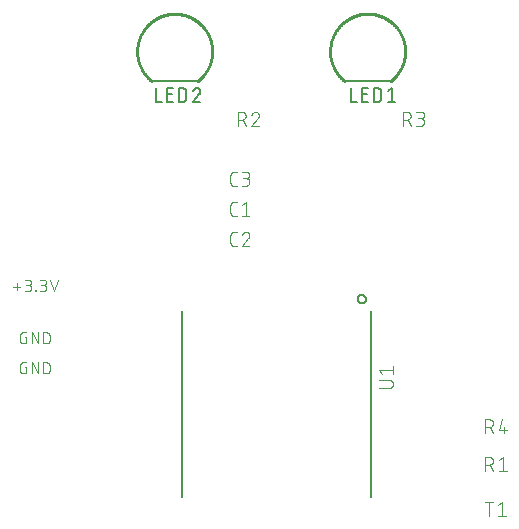
<source format=gto>
G04 EAGLE Gerber RS-274X export*
G75*
%MOMM*%
%FSLAX34Y34*%
%LPD*%
%INSilkscreen Top*%
%IPPOS*%
%AMOC8*
5,1,8,0,0,1.08239X$1,22.5*%
G01*
%ADD10C,0.076200*%
%ADD11C,0.101600*%
%ADD12C,0.127000*%
%ADD13C,0.203200*%
%ADD14C,0.254000*%


D10*
X143736Y285002D02*
X145302Y285002D01*
X145302Y279781D01*
X142169Y279781D01*
X142080Y279783D01*
X141992Y279789D01*
X141904Y279798D01*
X141816Y279811D01*
X141729Y279828D01*
X141643Y279848D01*
X141558Y279873D01*
X141473Y279900D01*
X141390Y279932D01*
X141309Y279966D01*
X141229Y280005D01*
X141151Y280046D01*
X141074Y280091D01*
X141000Y280139D01*
X140927Y280190D01*
X140857Y280244D01*
X140790Y280302D01*
X140724Y280362D01*
X140662Y280424D01*
X140602Y280490D01*
X140544Y280557D01*
X140490Y280627D01*
X140439Y280700D01*
X140391Y280774D01*
X140346Y280851D01*
X140305Y280929D01*
X140266Y281009D01*
X140232Y281090D01*
X140200Y281173D01*
X140173Y281258D01*
X140148Y281343D01*
X140128Y281429D01*
X140111Y281516D01*
X140098Y281604D01*
X140089Y281692D01*
X140083Y281780D01*
X140081Y281869D01*
X140081Y287091D01*
X140083Y287182D01*
X140089Y287273D01*
X140099Y287364D01*
X140113Y287454D01*
X140130Y287543D01*
X140152Y287631D01*
X140178Y287719D01*
X140207Y287805D01*
X140240Y287890D01*
X140277Y287973D01*
X140317Y288055D01*
X140361Y288135D01*
X140408Y288213D01*
X140459Y288289D01*
X140512Y288362D01*
X140569Y288433D01*
X140630Y288502D01*
X140693Y288567D01*
X140758Y288630D01*
X140827Y288690D01*
X140898Y288748D01*
X140971Y288801D01*
X141047Y288852D01*
X141125Y288899D01*
X141205Y288943D01*
X141287Y288983D01*
X141370Y289020D01*
X141455Y289053D01*
X141541Y289082D01*
X141629Y289108D01*
X141717Y289130D01*
X141806Y289147D01*
X141896Y289161D01*
X141987Y289171D01*
X142078Y289177D01*
X142169Y289179D01*
X145302Y289179D01*
X149835Y289179D02*
X149835Y279781D01*
X155056Y279781D02*
X149835Y289179D01*
X155056Y289179D02*
X155056Y279781D01*
X159588Y279781D02*
X159588Y289179D01*
X162199Y289179D01*
X162299Y289177D01*
X162399Y289171D01*
X162498Y289162D01*
X162598Y289148D01*
X162696Y289131D01*
X162794Y289110D01*
X162891Y289086D01*
X162987Y289057D01*
X163082Y289025D01*
X163175Y288990D01*
X163267Y288951D01*
X163358Y288908D01*
X163446Y288862D01*
X163533Y288812D01*
X163618Y288760D01*
X163701Y288704D01*
X163782Y288645D01*
X163860Y288582D01*
X163936Y288517D01*
X164010Y288449D01*
X164080Y288379D01*
X164148Y288305D01*
X164213Y288229D01*
X164276Y288151D01*
X164335Y288070D01*
X164391Y287987D01*
X164443Y287902D01*
X164493Y287815D01*
X164539Y287727D01*
X164582Y287636D01*
X164621Y287544D01*
X164656Y287451D01*
X164688Y287356D01*
X164717Y287260D01*
X164741Y287163D01*
X164762Y287065D01*
X164779Y286967D01*
X164793Y286867D01*
X164802Y286768D01*
X164808Y286668D01*
X164810Y286568D01*
X164809Y286568D02*
X164809Y282392D01*
X164810Y282392D02*
X164808Y282292D01*
X164802Y282192D01*
X164793Y282093D01*
X164779Y281993D01*
X164762Y281895D01*
X164741Y281797D01*
X164717Y281700D01*
X164688Y281604D01*
X164656Y281509D01*
X164621Y281416D01*
X164582Y281324D01*
X164539Y281233D01*
X164493Y281145D01*
X164443Y281058D01*
X164391Y280973D01*
X164335Y280890D01*
X164276Y280809D01*
X164213Y280731D01*
X164148Y280655D01*
X164080Y280581D01*
X164010Y280511D01*
X163936Y280443D01*
X163860Y280378D01*
X163782Y280315D01*
X163701Y280256D01*
X163618Y280200D01*
X163533Y280148D01*
X163446Y280098D01*
X163358Y280052D01*
X163267Y280009D01*
X163175Y279970D01*
X163082Y279935D01*
X162987Y279903D01*
X162891Y279874D01*
X162794Y279850D01*
X162696Y279829D01*
X162598Y279812D01*
X162498Y279798D01*
X162399Y279789D01*
X162299Y279783D01*
X162199Y279781D01*
X159588Y279781D01*
X145302Y259602D02*
X143736Y259602D01*
X145302Y259602D02*
X145302Y254381D01*
X142169Y254381D01*
X142080Y254383D01*
X141992Y254389D01*
X141904Y254398D01*
X141816Y254411D01*
X141729Y254428D01*
X141643Y254448D01*
X141558Y254473D01*
X141473Y254500D01*
X141390Y254532D01*
X141309Y254566D01*
X141229Y254605D01*
X141151Y254646D01*
X141074Y254691D01*
X141000Y254739D01*
X140927Y254790D01*
X140857Y254844D01*
X140790Y254902D01*
X140724Y254962D01*
X140662Y255024D01*
X140602Y255090D01*
X140544Y255157D01*
X140490Y255227D01*
X140439Y255300D01*
X140391Y255374D01*
X140346Y255451D01*
X140305Y255529D01*
X140266Y255609D01*
X140232Y255690D01*
X140200Y255773D01*
X140173Y255858D01*
X140148Y255943D01*
X140128Y256029D01*
X140111Y256116D01*
X140098Y256204D01*
X140089Y256292D01*
X140083Y256380D01*
X140081Y256469D01*
X140081Y261691D01*
X140083Y261782D01*
X140089Y261873D01*
X140099Y261964D01*
X140113Y262054D01*
X140130Y262143D01*
X140152Y262231D01*
X140178Y262319D01*
X140207Y262405D01*
X140240Y262490D01*
X140277Y262573D01*
X140317Y262655D01*
X140361Y262735D01*
X140408Y262813D01*
X140459Y262889D01*
X140512Y262962D01*
X140569Y263033D01*
X140630Y263102D01*
X140693Y263167D01*
X140758Y263230D01*
X140827Y263290D01*
X140898Y263348D01*
X140971Y263401D01*
X141047Y263452D01*
X141125Y263499D01*
X141205Y263543D01*
X141287Y263583D01*
X141370Y263620D01*
X141455Y263653D01*
X141541Y263682D01*
X141629Y263708D01*
X141717Y263730D01*
X141806Y263747D01*
X141896Y263761D01*
X141987Y263771D01*
X142078Y263777D01*
X142169Y263779D01*
X145302Y263779D01*
X149835Y263779D02*
X149835Y254381D01*
X155056Y254381D02*
X149835Y263779D01*
X155056Y263779D02*
X155056Y254381D01*
X159588Y254381D02*
X159588Y263779D01*
X162199Y263779D01*
X162299Y263777D01*
X162399Y263771D01*
X162498Y263762D01*
X162598Y263748D01*
X162696Y263731D01*
X162794Y263710D01*
X162891Y263686D01*
X162987Y263657D01*
X163082Y263625D01*
X163175Y263590D01*
X163267Y263551D01*
X163358Y263508D01*
X163446Y263462D01*
X163533Y263412D01*
X163618Y263360D01*
X163701Y263304D01*
X163782Y263245D01*
X163860Y263182D01*
X163936Y263117D01*
X164010Y263049D01*
X164080Y262979D01*
X164148Y262905D01*
X164213Y262829D01*
X164276Y262751D01*
X164335Y262670D01*
X164391Y262587D01*
X164443Y262502D01*
X164493Y262415D01*
X164539Y262327D01*
X164582Y262236D01*
X164621Y262144D01*
X164656Y262051D01*
X164688Y261956D01*
X164717Y261860D01*
X164741Y261763D01*
X164762Y261665D01*
X164779Y261567D01*
X164793Y261467D01*
X164802Y261368D01*
X164808Y261268D01*
X164810Y261168D01*
X164809Y261168D02*
X164809Y256992D01*
X164810Y256992D02*
X164808Y256892D01*
X164802Y256792D01*
X164793Y256693D01*
X164779Y256593D01*
X164762Y256495D01*
X164741Y256397D01*
X164717Y256300D01*
X164688Y256204D01*
X164656Y256109D01*
X164621Y256016D01*
X164582Y255924D01*
X164539Y255833D01*
X164493Y255745D01*
X164443Y255658D01*
X164391Y255573D01*
X164335Y255490D01*
X164276Y255409D01*
X164213Y255331D01*
X164148Y255255D01*
X164080Y255181D01*
X164010Y255111D01*
X163936Y255043D01*
X163860Y254978D01*
X163782Y254915D01*
X163701Y254856D01*
X163618Y254800D01*
X163533Y254748D01*
X163446Y254698D01*
X163358Y254652D01*
X163267Y254609D01*
X163175Y254570D01*
X163082Y254535D01*
X162987Y254503D01*
X162891Y254474D01*
X162794Y254450D01*
X162696Y254429D01*
X162598Y254412D01*
X162498Y254398D01*
X162399Y254389D01*
X162299Y254383D01*
X162199Y254381D01*
X159588Y254381D01*
X139996Y327886D02*
X133731Y327886D01*
X136864Y324753D02*
X136864Y331018D01*
X144007Y324231D02*
X146617Y324231D01*
X146718Y324233D01*
X146819Y324239D01*
X146920Y324249D01*
X147020Y324262D01*
X147120Y324280D01*
X147219Y324301D01*
X147317Y324327D01*
X147414Y324356D01*
X147510Y324388D01*
X147604Y324425D01*
X147697Y324465D01*
X147789Y324509D01*
X147878Y324556D01*
X147966Y324607D01*
X148052Y324661D01*
X148135Y324718D01*
X148217Y324778D01*
X148295Y324842D01*
X148372Y324908D01*
X148445Y324978D01*
X148516Y325050D01*
X148584Y325125D01*
X148649Y325203D01*
X148711Y325283D01*
X148770Y325365D01*
X148826Y325450D01*
X148878Y325537D01*
X148927Y325625D01*
X148973Y325716D01*
X149014Y325808D01*
X149053Y325902D01*
X149087Y325997D01*
X149118Y326093D01*
X149145Y326191D01*
X149169Y326289D01*
X149188Y326389D01*
X149204Y326489D01*
X149216Y326589D01*
X149224Y326690D01*
X149228Y326791D01*
X149228Y326893D01*
X149224Y326994D01*
X149216Y327095D01*
X149204Y327195D01*
X149188Y327295D01*
X149169Y327395D01*
X149145Y327493D01*
X149118Y327591D01*
X149087Y327687D01*
X149053Y327782D01*
X149014Y327876D01*
X148973Y327968D01*
X148927Y328059D01*
X148878Y328147D01*
X148826Y328234D01*
X148770Y328319D01*
X148711Y328401D01*
X148649Y328481D01*
X148584Y328559D01*
X148516Y328634D01*
X148445Y328706D01*
X148372Y328776D01*
X148295Y328842D01*
X148217Y328906D01*
X148135Y328966D01*
X148052Y329023D01*
X147966Y329077D01*
X147878Y329128D01*
X147789Y329175D01*
X147697Y329219D01*
X147604Y329259D01*
X147510Y329296D01*
X147414Y329328D01*
X147317Y329357D01*
X147219Y329383D01*
X147120Y329404D01*
X147020Y329422D01*
X146920Y329435D01*
X146819Y329445D01*
X146718Y329451D01*
X146617Y329453D01*
X147139Y333629D02*
X144007Y333629D01*
X147139Y333629D02*
X147229Y333627D01*
X147318Y333621D01*
X147408Y333612D01*
X147497Y333598D01*
X147585Y333581D01*
X147672Y333560D01*
X147759Y333535D01*
X147844Y333506D01*
X147928Y333474D01*
X148010Y333439D01*
X148091Y333399D01*
X148170Y333357D01*
X148247Y333311D01*
X148322Y333261D01*
X148395Y333209D01*
X148466Y333153D01*
X148534Y333095D01*
X148599Y333033D01*
X148662Y332969D01*
X148722Y332902D01*
X148779Y332833D01*
X148833Y332761D01*
X148884Y332687D01*
X148932Y332611D01*
X148976Y332533D01*
X149017Y332453D01*
X149055Y332371D01*
X149089Y332288D01*
X149119Y332203D01*
X149146Y332117D01*
X149169Y332031D01*
X149188Y331943D01*
X149203Y331854D01*
X149215Y331765D01*
X149223Y331676D01*
X149227Y331586D01*
X149227Y331496D01*
X149223Y331406D01*
X149215Y331317D01*
X149203Y331228D01*
X149188Y331139D01*
X149169Y331051D01*
X149146Y330965D01*
X149119Y330879D01*
X149089Y330794D01*
X149055Y330711D01*
X149017Y330629D01*
X148976Y330549D01*
X148932Y330471D01*
X148884Y330395D01*
X148833Y330321D01*
X148779Y330249D01*
X148722Y330180D01*
X148662Y330113D01*
X148599Y330049D01*
X148534Y329987D01*
X148466Y329929D01*
X148395Y329873D01*
X148322Y329821D01*
X148247Y329771D01*
X148170Y329725D01*
X148091Y329683D01*
X148010Y329643D01*
X147928Y329608D01*
X147844Y329576D01*
X147759Y329547D01*
X147672Y329522D01*
X147585Y329501D01*
X147497Y329484D01*
X147408Y329470D01*
X147318Y329461D01*
X147229Y329455D01*
X147139Y329453D01*
X147139Y329452D02*
X145051Y329452D01*
X152757Y324753D02*
X152757Y324231D01*
X152757Y324753D02*
X153279Y324753D01*
X153279Y324231D01*
X152757Y324231D01*
X156808Y324231D02*
X159419Y324231D01*
X159520Y324233D01*
X159621Y324239D01*
X159722Y324249D01*
X159822Y324262D01*
X159922Y324280D01*
X160021Y324301D01*
X160119Y324327D01*
X160216Y324356D01*
X160312Y324388D01*
X160406Y324425D01*
X160499Y324465D01*
X160591Y324509D01*
X160680Y324556D01*
X160768Y324607D01*
X160854Y324661D01*
X160937Y324718D01*
X161019Y324778D01*
X161097Y324842D01*
X161174Y324908D01*
X161247Y324978D01*
X161318Y325050D01*
X161386Y325125D01*
X161451Y325203D01*
X161513Y325283D01*
X161572Y325365D01*
X161628Y325450D01*
X161680Y325537D01*
X161729Y325625D01*
X161775Y325716D01*
X161816Y325808D01*
X161855Y325902D01*
X161889Y325997D01*
X161920Y326093D01*
X161947Y326191D01*
X161971Y326289D01*
X161990Y326389D01*
X162006Y326489D01*
X162018Y326589D01*
X162026Y326690D01*
X162030Y326791D01*
X162030Y326893D01*
X162026Y326994D01*
X162018Y327095D01*
X162006Y327195D01*
X161990Y327295D01*
X161971Y327395D01*
X161947Y327493D01*
X161920Y327591D01*
X161889Y327687D01*
X161855Y327782D01*
X161816Y327876D01*
X161775Y327968D01*
X161729Y328059D01*
X161680Y328147D01*
X161628Y328234D01*
X161572Y328319D01*
X161513Y328401D01*
X161451Y328481D01*
X161386Y328559D01*
X161318Y328634D01*
X161247Y328706D01*
X161174Y328776D01*
X161097Y328842D01*
X161019Y328906D01*
X160937Y328966D01*
X160854Y329023D01*
X160768Y329077D01*
X160680Y329128D01*
X160591Y329175D01*
X160499Y329219D01*
X160406Y329259D01*
X160312Y329296D01*
X160216Y329328D01*
X160119Y329357D01*
X160021Y329383D01*
X159922Y329404D01*
X159822Y329422D01*
X159722Y329435D01*
X159621Y329445D01*
X159520Y329451D01*
X159419Y329453D01*
X159941Y333629D02*
X156808Y333629D01*
X159941Y333629D02*
X160031Y333627D01*
X160120Y333621D01*
X160210Y333612D01*
X160299Y333598D01*
X160387Y333581D01*
X160474Y333560D01*
X160561Y333535D01*
X160646Y333506D01*
X160730Y333474D01*
X160812Y333439D01*
X160893Y333399D01*
X160972Y333357D01*
X161049Y333311D01*
X161124Y333261D01*
X161197Y333209D01*
X161268Y333153D01*
X161336Y333095D01*
X161401Y333033D01*
X161464Y332969D01*
X161524Y332902D01*
X161581Y332833D01*
X161635Y332761D01*
X161686Y332687D01*
X161734Y332611D01*
X161778Y332533D01*
X161819Y332453D01*
X161857Y332371D01*
X161891Y332288D01*
X161921Y332203D01*
X161948Y332117D01*
X161971Y332031D01*
X161990Y331943D01*
X162005Y331854D01*
X162017Y331765D01*
X162025Y331676D01*
X162029Y331586D01*
X162029Y331496D01*
X162025Y331406D01*
X162017Y331317D01*
X162005Y331228D01*
X161990Y331139D01*
X161971Y331051D01*
X161948Y330965D01*
X161921Y330879D01*
X161891Y330794D01*
X161857Y330711D01*
X161819Y330629D01*
X161778Y330549D01*
X161734Y330471D01*
X161686Y330395D01*
X161635Y330321D01*
X161581Y330249D01*
X161524Y330180D01*
X161464Y330113D01*
X161401Y330049D01*
X161336Y329987D01*
X161268Y329929D01*
X161197Y329873D01*
X161124Y329821D01*
X161049Y329771D01*
X160972Y329725D01*
X160893Y329683D01*
X160812Y329643D01*
X160730Y329608D01*
X160646Y329576D01*
X160561Y329547D01*
X160474Y329522D01*
X160387Y329501D01*
X160299Y329484D01*
X160210Y329470D01*
X160120Y329461D01*
X160031Y329455D01*
X159941Y329453D01*
X159941Y329452D02*
X157852Y329452D01*
X165430Y333629D02*
X168563Y324231D01*
X171695Y333629D01*
D11*
X320604Y387858D02*
X323201Y387858D01*
X320604Y387858D02*
X320505Y387860D01*
X320405Y387866D01*
X320306Y387875D01*
X320208Y387888D01*
X320110Y387905D01*
X320012Y387926D01*
X319916Y387951D01*
X319821Y387979D01*
X319727Y388011D01*
X319634Y388046D01*
X319542Y388085D01*
X319452Y388128D01*
X319364Y388173D01*
X319277Y388223D01*
X319193Y388275D01*
X319110Y388331D01*
X319030Y388389D01*
X318952Y388451D01*
X318877Y388516D01*
X318804Y388584D01*
X318734Y388654D01*
X318666Y388727D01*
X318601Y388802D01*
X318539Y388880D01*
X318481Y388960D01*
X318425Y389043D01*
X318373Y389127D01*
X318323Y389214D01*
X318278Y389302D01*
X318235Y389392D01*
X318196Y389484D01*
X318161Y389577D01*
X318129Y389671D01*
X318101Y389766D01*
X318076Y389862D01*
X318055Y389960D01*
X318038Y390058D01*
X318025Y390156D01*
X318016Y390255D01*
X318010Y390355D01*
X318008Y390454D01*
X318008Y396946D01*
X318010Y397045D01*
X318016Y397145D01*
X318025Y397244D01*
X318038Y397342D01*
X318055Y397440D01*
X318076Y397538D01*
X318101Y397634D01*
X318129Y397729D01*
X318161Y397823D01*
X318196Y397916D01*
X318235Y398008D01*
X318278Y398098D01*
X318323Y398186D01*
X318373Y398273D01*
X318425Y398357D01*
X318481Y398440D01*
X318539Y398520D01*
X318601Y398598D01*
X318666Y398673D01*
X318734Y398746D01*
X318804Y398816D01*
X318877Y398884D01*
X318952Y398949D01*
X319030Y399011D01*
X319110Y399069D01*
X319193Y399125D01*
X319277Y399177D01*
X319364Y399227D01*
X319452Y399272D01*
X319542Y399315D01*
X319634Y399354D01*
X319726Y399389D01*
X319821Y399421D01*
X319916Y399449D01*
X320012Y399474D01*
X320110Y399495D01*
X320208Y399512D01*
X320306Y399525D01*
X320405Y399534D01*
X320505Y399540D01*
X320604Y399542D01*
X323201Y399542D01*
X327566Y396946D02*
X330812Y399542D01*
X330812Y387858D01*
X334057Y387858D02*
X327566Y387858D01*
X323201Y362458D02*
X320604Y362458D01*
X320505Y362460D01*
X320405Y362466D01*
X320306Y362475D01*
X320208Y362488D01*
X320110Y362505D01*
X320012Y362526D01*
X319916Y362551D01*
X319821Y362579D01*
X319727Y362611D01*
X319634Y362646D01*
X319542Y362685D01*
X319452Y362728D01*
X319364Y362773D01*
X319277Y362823D01*
X319193Y362875D01*
X319110Y362931D01*
X319030Y362989D01*
X318952Y363051D01*
X318877Y363116D01*
X318804Y363184D01*
X318734Y363254D01*
X318666Y363327D01*
X318601Y363402D01*
X318539Y363480D01*
X318481Y363560D01*
X318425Y363643D01*
X318373Y363727D01*
X318323Y363814D01*
X318278Y363902D01*
X318235Y363992D01*
X318196Y364084D01*
X318161Y364177D01*
X318129Y364271D01*
X318101Y364366D01*
X318076Y364462D01*
X318055Y364560D01*
X318038Y364658D01*
X318025Y364756D01*
X318016Y364855D01*
X318010Y364955D01*
X318008Y365054D01*
X318008Y371546D01*
X318010Y371645D01*
X318016Y371745D01*
X318025Y371844D01*
X318038Y371942D01*
X318055Y372040D01*
X318076Y372138D01*
X318101Y372234D01*
X318129Y372329D01*
X318161Y372423D01*
X318196Y372516D01*
X318235Y372608D01*
X318278Y372698D01*
X318323Y372786D01*
X318373Y372873D01*
X318425Y372957D01*
X318481Y373040D01*
X318539Y373120D01*
X318601Y373198D01*
X318666Y373273D01*
X318734Y373346D01*
X318804Y373416D01*
X318877Y373484D01*
X318952Y373549D01*
X319030Y373611D01*
X319110Y373669D01*
X319193Y373725D01*
X319277Y373777D01*
X319364Y373827D01*
X319452Y373872D01*
X319542Y373915D01*
X319634Y373954D01*
X319726Y373989D01*
X319821Y374021D01*
X319916Y374049D01*
X320012Y374074D01*
X320110Y374095D01*
X320208Y374112D01*
X320306Y374125D01*
X320405Y374134D01*
X320505Y374140D01*
X320604Y374142D01*
X323201Y374142D01*
X331136Y374142D02*
X331243Y374140D01*
X331349Y374134D01*
X331455Y374124D01*
X331561Y374111D01*
X331667Y374093D01*
X331771Y374072D01*
X331875Y374047D01*
X331978Y374018D01*
X332079Y373986D01*
X332179Y373949D01*
X332278Y373909D01*
X332376Y373866D01*
X332472Y373819D01*
X332566Y373768D01*
X332658Y373714D01*
X332748Y373657D01*
X332836Y373597D01*
X332921Y373533D01*
X333004Y373466D01*
X333085Y373396D01*
X333163Y373324D01*
X333239Y373248D01*
X333311Y373170D01*
X333381Y373089D01*
X333448Y373006D01*
X333512Y372921D01*
X333572Y372833D01*
X333629Y372743D01*
X333683Y372651D01*
X333734Y372557D01*
X333781Y372461D01*
X333824Y372363D01*
X333864Y372264D01*
X333901Y372164D01*
X333933Y372063D01*
X333962Y371960D01*
X333987Y371856D01*
X334008Y371752D01*
X334026Y371646D01*
X334039Y371540D01*
X334049Y371434D01*
X334055Y371328D01*
X334057Y371221D01*
X331136Y374142D02*
X331015Y374140D01*
X330894Y374134D01*
X330774Y374124D01*
X330653Y374111D01*
X330534Y374093D01*
X330414Y374072D01*
X330296Y374047D01*
X330179Y374018D01*
X330062Y373985D01*
X329947Y373949D01*
X329833Y373908D01*
X329720Y373865D01*
X329608Y373817D01*
X329499Y373766D01*
X329391Y373711D01*
X329284Y373653D01*
X329180Y373592D01*
X329078Y373527D01*
X328978Y373459D01*
X328880Y373388D01*
X328784Y373314D01*
X328691Y373237D01*
X328601Y373156D01*
X328513Y373073D01*
X328428Y372987D01*
X328345Y372898D01*
X328266Y372807D01*
X328189Y372713D01*
X328116Y372617D01*
X328046Y372519D01*
X327979Y372418D01*
X327915Y372315D01*
X327855Y372210D01*
X327798Y372103D01*
X327744Y371995D01*
X327694Y371885D01*
X327648Y371773D01*
X327605Y371660D01*
X327566Y371545D01*
X333084Y368949D02*
X333163Y369026D01*
X333239Y369107D01*
X333312Y369190D01*
X333382Y369275D01*
X333449Y369363D01*
X333513Y369453D01*
X333573Y369545D01*
X333630Y369640D01*
X333684Y369736D01*
X333735Y369834D01*
X333782Y369934D01*
X333826Y370036D01*
X333866Y370139D01*
X333902Y370243D01*
X333934Y370349D01*
X333963Y370455D01*
X333988Y370563D01*
X334010Y370671D01*
X334027Y370781D01*
X334041Y370890D01*
X334050Y371000D01*
X334056Y371111D01*
X334058Y371221D01*
X333084Y368949D02*
X327566Y362458D01*
X334057Y362458D01*
X323201Y413258D02*
X320604Y413258D01*
X320505Y413260D01*
X320405Y413266D01*
X320306Y413275D01*
X320208Y413288D01*
X320110Y413305D01*
X320012Y413326D01*
X319916Y413351D01*
X319821Y413379D01*
X319727Y413411D01*
X319634Y413446D01*
X319542Y413485D01*
X319452Y413528D01*
X319364Y413573D01*
X319277Y413623D01*
X319193Y413675D01*
X319110Y413731D01*
X319030Y413789D01*
X318952Y413851D01*
X318877Y413916D01*
X318804Y413984D01*
X318734Y414054D01*
X318666Y414127D01*
X318601Y414202D01*
X318539Y414280D01*
X318481Y414360D01*
X318425Y414443D01*
X318373Y414527D01*
X318323Y414614D01*
X318278Y414702D01*
X318235Y414792D01*
X318196Y414884D01*
X318161Y414977D01*
X318129Y415071D01*
X318101Y415166D01*
X318076Y415262D01*
X318055Y415360D01*
X318038Y415458D01*
X318025Y415556D01*
X318016Y415655D01*
X318010Y415755D01*
X318008Y415854D01*
X318008Y422346D01*
X318010Y422445D01*
X318016Y422545D01*
X318025Y422644D01*
X318038Y422742D01*
X318055Y422840D01*
X318076Y422938D01*
X318101Y423034D01*
X318129Y423129D01*
X318161Y423223D01*
X318196Y423316D01*
X318235Y423408D01*
X318278Y423498D01*
X318323Y423586D01*
X318373Y423673D01*
X318425Y423757D01*
X318481Y423840D01*
X318539Y423920D01*
X318601Y423998D01*
X318666Y424073D01*
X318734Y424146D01*
X318804Y424216D01*
X318877Y424284D01*
X318952Y424349D01*
X319030Y424411D01*
X319110Y424469D01*
X319193Y424525D01*
X319277Y424577D01*
X319364Y424627D01*
X319452Y424672D01*
X319542Y424715D01*
X319634Y424754D01*
X319726Y424789D01*
X319821Y424821D01*
X319916Y424849D01*
X320012Y424874D01*
X320110Y424895D01*
X320208Y424912D01*
X320306Y424925D01*
X320405Y424934D01*
X320505Y424940D01*
X320604Y424942D01*
X323201Y424942D01*
X327566Y413258D02*
X330812Y413258D01*
X330925Y413260D01*
X331038Y413266D01*
X331151Y413276D01*
X331264Y413290D01*
X331376Y413307D01*
X331487Y413329D01*
X331597Y413354D01*
X331707Y413384D01*
X331815Y413417D01*
X331922Y413454D01*
X332028Y413494D01*
X332132Y413539D01*
X332235Y413587D01*
X332336Y413638D01*
X332435Y413693D01*
X332532Y413751D01*
X332627Y413813D01*
X332720Y413878D01*
X332810Y413946D01*
X332898Y414017D01*
X332984Y414092D01*
X333067Y414169D01*
X333147Y414249D01*
X333224Y414332D01*
X333299Y414418D01*
X333370Y414506D01*
X333438Y414596D01*
X333503Y414689D01*
X333565Y414784D01*
X333623Y414881D01*
X333678Y414980D01*
X333729Y415081D01*
X333777Y415184D01*
X333822Y415288D01*
X333862Y415394D01*
X333899Y415501D01*
X333932Y415609D01*
X333962Y415719D01*
X333987Y415829D01*
X334009Y415940D01*
X334026Y416052D01*
X334040Y416165D01*
X334050Y416278D01*
X334056Y416391D01*
X334058Y416504D01*
X334056Y416617D01*
X334050Y416730D01*
X334040Y416843D01*
X334026Y416956D01*
X334009Y417068D01*
X333987Y417179D01*
X333962Y417289D01*
X333932Y417399D01*
X333899Y417507D01*
X333862Y417614D01*
X333822Y417720D01*
X333777Y417824D01*
X333729Y417927D01*
X333678Y418028D01*
X333623Y418127D01*
X333565Y418224D01*
X333503Y418319D01*
X333438Y418412D01*
X333370Y418502D01*
X333299Y418590D01*
X333224Y418676D01*
X333147Y418759D01*
X333067Y418839D01*
X332984Y418916D01*
X332898Y418991D01*
X332810Y419062D01*
X332720Y419130D01*
X332627Y419195D01*
X332532Y419257D01*
X332435Y419315D01*
X332336Y419370D01*
X332235Y419421D01*
X332132Y419469D01*
X332028Y419514D01*
X331922Y419554D01*
X331815Y419591D01*
X331707Y419624D01*
X331597Y419654D01*
X331487Y419679D01*
X331376Y419701D01*
X331264Y419718D01*
X331151Y419732D01*
X331038Y419742D01*
X330925Y419748D01*
X330812Y419750D01*
X331461Y424942D02*
X327566Y424942D01*
X331461Y424942D02*
X331562Y424940D01*
X331662Y424934D01*
X331762Y424924D01*
X331862Y424911D01*
X331961Y424893D01*
X332060Y424872D01*
X332157Y424847D01*
X332254Y424818D01*
X332349Y424785D01*
X332443Y424749D01*
X332535Y424709D01*
X332626Y424666D01*
X332715Y424619D01*
X332802Y424569D01*
X332888Y424515D01*
X332971Y424458D01*
X333051Y424398D01*
X333130Y424335D01*
X333206Y424268D01*
X333279Y424199D01*
X333349Y424127D01*
X333417Y424053D01*
X333482Y423976D01*
X333543Y423896D01*
X333602Y423814D01*
X333657Y423730D01*
X333709Y423644D01*
X333758Y423556D01*
X333803Y423466D01*
X333845Y423374D01*
X333883Y423281D01*
X333917Y423186D01*
X333948Y423091D01*
X333975Y422994D01*
X333998Y422896D01*
X334018Y422797D01*
X334033Y422697D01*
X334045Y422597D01*
X334053Y422497D01*
X334057Y422396D01*
X334057Y422296D01*
X334053Y422195D01*
X334045Y422095D01*
X334033Y421995D01*
X334018Y421895D01*
X333998Y421796D01*
X333975Y421698D01*
X333948Y421601D01*
X333917Y421506D01*
X333883Y421411D01*
X333845Y421318D01*
X333803Y421226D01*
X333758Y421136D01*
X333709Y421048D01*
X333657Y420962D01*
X333602Y420878D01*
X333543Y420796D01*
X333482Y420716D01*
X333417Y420639D01*
X333349Y420565D01*
X333279Y420493D01*
X333206Y420424D01*
X333130Y420357D01*
X333051Y420294D01*
X332971Y420234D01*
X332888Y420177D01*
X332802Y420123D01*
X332715Y420073D01*
X332626Y420026D01*
X332535Y419983D01*
X332443Y419943D01*
X332349Y419907D01*
X332254Y419874D01*
X332157Y419845D01*
X332060Y419820D01*
X331961Y419799D01*
X331862Y419781D01*
X331762Y419768D01*
X331662Y419758D01*
X331562Y419752D01*
X331461Y419750D01*
X331461Y419749D02*
X328864Y419749D01*
X533908Y183642D02*
X533908Y171958D01*
X533908Y183642D02*
X537154Y183642D01*
X537267Y183640D01*
X537380Y183634D01*
X537493Y183624D01*
X537606Y183610D01*
X537718Y183593D01*
X537829Y183571D01*
X537939Y183546D01*
X538049Y183516D01*
X538157Y183483D01*
X538264Y183446D01*
X538370Y183406D01*
X538474Y183361D01*
X538577Y183313D01*
X538678Y183262D01*
X538777Y183207D01*
X538874Y183149D01*
X538969Y183087D01*
X539062Y183022D01*
X539152Y182954D01*
X539240Y182883D01*
X539326Y182808D01*
X539409Y182731D01*
X539489Y182651D01*
X539566Y182568D01*
X539641Y182482D01*
X539712Y182394D01*
X539780Y182304D01*
X539845Y182211D01*
X539907Y182116D01*
X539965Y182019D01*
X540020Y181920D01*
X540071Y181819D01*
X540119Y181716D01*
X540164Y181612D01*
X540204Y181506D01*
X540241Y181399D01*
X540274Y181291D01*
X540304Y181181D01*
X540329Y181071D01*
X540351Y180960D01*
X540368Y180848D01*
X540382Y180735D01*
X540392Y180622D01*
X540398Y180509D01*
X540400Y180396D01*
X540398Y180283D01*
X540392Y180170D01*
X540382Y180057D01*
X540368Y179944D01*
X540351Y179832D01*
X540329Y179721D01*
X540304Y179611D01*
X540274Y179501D01*
X540241Y179393D01*
X540204Y179286D01*
X540164Y179180D01*
X540119Y179076D01*
X540071Y178973D01*
X540020Y178872D01*
X539965Y178773D01*
X539907Y178676D01*
X539845Y178581D01*
X539780Y178488D01*
X539712Y178398D01*
X539641Y178310D01*
X539566Y178224D01*
X539489Y178141D01*
X539409Y178061D01*
X539326Y177984D01*
X539240Y177909D01*
X539152Y177838D01*
X539062Y177770D01*
X538969Y177705D01*
X538874Y177643D01*
X538777Y177585D01*
X538678Y177530D01*
X538577Y177479D01*
X538474Y177431D01*
X538370Y177386D01*
X538264Y177346D01*
X538157Y177309D01*
X538049Y177276D01*
X537939Y177246D01*
X537829Y177221D01*
X537718Y177199D01*
X537606Y177182D01*
X537493Y177168D01*
X537380Y177158D01*
X537267Y177152D01*
X537154Y177150D01*
X537154Y177151D02*
X533908Y177151D01*
X537803Y177151D02*
X540399Y171958D01*
X545264Y181046D02*
X548510Y183642D01*
X548510Y171958D01*
X551755Y171958D02*
X545264Y171958D01*
X324358Y464058D02*
X324358Y475742D01*
X327604Y475742D01*
X327717Y475740D01*
X327830Y475734D01*
X327943Y475724D01*
X328056Y475710D01*
X328168Y475693D01*
X328279Y475671D01*
X328389Y475646D01*
X328499Y475616D01*
X328607Y475583D01*
X328714Y475546D01*
X328820Y475506D01*
X328924Y475461D01*
X329027Y475413D01*
X329128Y475362D01*
X329227Y475307D01*
X329324Y475249D01*
X329419Y475187D01*
X329512Y475122D01*
X329602Y475054D01*
X329690Y474983D01*
X329776Y474908D01*
X329859Y474831D01*
X329939Y474751D01*
X330016Y474668D01*
X330091Y474582D01*
X330162Y474494D01*
X330230Y474404D01*
X330295Y474311D01*
X330357Y474216D01*
X330415Y474119D01*
X330470Y474020D01*
X330521Y473919D01*
X330569Y473816D01*
X330614Y473712D01*
X330654Y473606D01*
X330691Y473499D01*
X330724Y473391D01*
X330754Y473281D01*
X330779Y473171D01*
X330801Y473060D01*
X330818Y472948D01*
X330832Y472835D01*
X330842Y472722D01*
X330848Y472609D01*
X330850Y472496D01*
X330848Y472383D01*
X330842Y472270D01*
X330832Y472157D01*
X330818Y472044D01*
X330801Y471932D01*
X330779Y471821D01*
X330754Y471711D01*
X330724Y471601D01*
X330691Y471493D01*
X330654Y471386D01*
X330614Y471280D01*
X330569Y471176D01*
X330521Y471073D01*
X330470Y470972D01*
X330415Y470873D01*
X330357Y470776D01*
X330295Y470681D01*
X330230Y470588D01*
X330162Y470498D01*
X330091Y470410D01*
X330016Y470324D01*
X329939Y470241D01*
X329859Y470161D01*
X329776Y470084D01*
X329690Y470009D01*
X329602Y469938D01*
X329512Y469870D01*
X329419Y469805D01*
X329324Y469743D01*
X329227Y469685D01*
X329128Y469630D01*
X329027Y469579D01*
X328924Y469531D01*
X328820Y469486D01*
X328714Y469446D01*
X328607Y469409D01*
X328499Y469376D01*
X328389Y469346D01*
X328279Y469321D01*
X328168Y469299D01*
X328056Y469282D01*
X327943Y469268D01*
X327830Y469258D01*
X327717Y469252D01*
X327604Y469250D01*
X327604Y469251D02*
X324358Y469251D01*
X328253Y469251D02*
X330849Y464058D01*
X342205Y472821D02*
X342203Y472928D01*
X342197Y473034D01*
X342187Y473140D01*
X342174Y473246D01*
X342156Y473352D01*
X342135Y473456D01*
X342110Y473560D01*
X342081Y473663D01*
X342049Y473764D01*
X342012Y473864D01*
X341972Y473963D01*
X341929Y474061D01*
X341882Y474157D01*
X341831Y474251D01*
X341777Y474343D01*
X341720Y474433D01*
X341660Y474521D01*
X341596Y474606D01*
X341529Y474689D01*
X341459Y474770D01*
X341387Y474848D01*
X341311Y474924D01*
X341233Y474996D01*
X341152Y475066D01*
X341069Y475133D01*
X340984Y475197D01*
X340896Y475257D01*
X340806Y475314D01*
X340714Y475368D01*
X340620Y475419D01*
X340524Y475466D01*
X340426Y475509D01*
X340327Y475549D01*
X340227Y475586D01*
X340126Y475618D01*
X340023Y475647D01*
X339919Y475672D01*
X339815Y475693D01*
X339709Y475711D01*
X339603Y475724D01*
X339497Y475734D01*
X339391Y475740D01*
X339284Y475742D01*
X339163Y475740D01*
X339042Y475734D01*
X338922Y475724D01*
X338801Y475711D01*
X338682Y475693D01*
X338562Y475672D01*
X338444Y475647D01*
X338327Y475618D01*
X338210Y475585D01*
X338095Y475549D01*
X337981Y475508D01*
X337868Y475465D01*
X337756Y475417D01*
X337647Y475366D01*
X337539Y475311D01*
X337432Y475253D01*
X337328Y475192D01*
X337226Y475127D01*
X337126Y475059D01*
X337028Y474988D01*
X336932Y474914D01*
X336839Y474837D01*
X336749Y474756D01*
X336661Y474673D01*
X336576Y474587D01*
X336493Y474498D01*
X336414Y474407D01*
X336337Y474313D01*
X336264Y474217D01*
X336194Y474119D01*
X336127Y474018D01*
X336063Y473915D01*
X336003Y473810D01*
X335946Y473703D01*
X335892Y473595D01*
X335842Y473485D01*
X335796Y473373D01*
X335753Y473260D01*
X335714Y473145D01*
X341232Y470549D02*
X341311Y470626D01*
X341387Y470707D01*
X341460Y470790D01*
X341530Y470875D01*
X341597Y470963D01*
X341661Y471053D01*
X341721Y471145D01*
X341778Y471240D01*
X341832Y471336D01*
X341883Y471434D01*
X341930Y471534D01*
X341974Y471636D01*
X342014Y471739D01*
X342050Y471843D01*
X342082Y471949D01*
X342111Y472055D01*
X342136Y472163D01*
X342158Y472271D01*
X342175Y472381D01*
X342189Y472490D01*
X342198Y472600D01*
X342204Y472711D01*
X342206Y472821D01*
X341232Y470549D02*
X335714Y464058D01*
X342205Y464058D01*
X464058Y464058D02*
X464058Y475742D01*
X467304Y475742D01*
X467417Y475740D01*
X467530Y475734D01*
X467643Y475724D01*
X467756Y475710D01*
X467868Y475693D01*
X467979Y475671D01*
X468089Y475646D01*
X468199Y475616D01*
X468307Y475583D01*
X468414Y475546D01*
X468520Y475506D01*
X468624Y475461D01*
X468727Y475413D01*
X468828Y475362D01*
X468927Y475307D01*
X469024Y475249D01*
X469119Y475187D01*
X469212Y475122D01*
X469302Y475054D01*
X469390Y474983D01*
X469476Y474908D01*
X469559Y474831D01*
X469639Y474751D01*
X469716Y474668D01*
X469791Y474582D01*
X469862Y474494D01*
X469930Y474404D01*
X469995Y474311D01*
X470057Y474216D01*
X470115Y474119D01*
X470170Y474020D01*
X470221Y473919D01*
X470269Y473816D01*
X470314Y473712D01*
X470354Y473606D01*
X470391Y473499D01*
X470424Y473391D01*
X470454Y473281D01*
X470479Y473171D01*
X470501Y473060D01*
X470518Y472948D01*
X470532Y472835D01*
X470542Y472722D01*
X470548Y472609D01*
X470550Y472496D01*
X470548Y472383D01*
X470542Y472270D01*
X470532Y472157D01*
X470518Y472044D01*
X470501Y471932D01*
X470479Y471821D01*
X470454Y471711D01*
X470424Y471601D01*
X470391Y471493D01*
X470354Y471386D01*
X470314Y471280D01*
X470269Y471176D01*
X470221Y471073D01*
X470170Y470972D01*
X470115Y470873D01*
X470057Y470776D01*
X469995Y470681D01*
X469930Y470588D01*
X469862Y470498D01*
X469791Y470410D01*
X469716Y470324D01*
X469639Y470241D01*
X469559Y470161D01*
X469476Y470084D01*
X469390Y470009D01*
X469302Y469938D01*
X469212Y469870D01*
X469119Y469805D01*
X469024Y469743D01*
X468927Y469685D01*
X468828Y469630D01*
X468727Y469579D01*
X468624Y469531D01*
X468520Y469486D01*
X468414Y469446D01*
X468307Y469409D01*
X468199Y469376D01*
X468089Y469346D01*
X467979Y469321D01*
X467868Y469299D01*
X467756Y469282D01*
X467643Y469268D01*
X467530Y469258D01*
X467417Y469252D01*
X467304Y469250D01*
X467304Y469251D02*
X464058Y469251D01*
X467953Y469251D02*
X470549Y464058D01*
X475414Y464058D02*
X478660Y464058D01*
X478773Y464060D01*
X478886Y464066D01*
X478999Y464076D01*
X479112Y464090D01*
X479224Y464107D01*
X479335Y464129D01*
X479445Y464154D01*
X479555Y464184D01*
X479663Y464217D01*
X479770Y464254D01*
X479876Y464294D01*
X479980Y464339D01*
X480083Y464387D01*
X480184Y464438D01*
X480283Y464493D01*
X480380Y464551D01*
X480475Y464613D01*
X480568Y464678D01*
X480658Y464746D01*
X480746Y464817D01*
X480832Y464892D01*
X480915Y464969D01*
X480995Y465049D01*
X481072Y465132D01*
X481147Y465218D01*
X481218Y465306D01*
X481286Y465396D01*
X481351Y465489D01*
X481413Y465584D01*
X481471Y465681D01*
X481526Y465780D01*
X481577Y465881D01*
X481625Y465984D01*
X481670Y466088D01*
X481710Y466194D01*
X481747Y466301D01*
X481780Y466409D01*
X481810Y466519D01*
X481835Y466629D01*
X481857Y466740D01*
X481874Y466852D01*
X481888Y466965D01*
X481898Y467078D01*
X481904Y467191D01*
X481906Y467304D01*
X481904Y467417D01*
X481898Y467530D01*
X481888Y467643D01*
X481874Y467756D01*
X481857Y467868D01*
X481835Y467979D01*
X481810Y468089D01*
X481780Y468199D01*
X481747Y468307D01*
X481710Y468414D01*
X481670Y468520D01*
X481625Y468624D01*
X481577Y468727D01*
X481526Y468828D01*
X481471Y468927D01*
X481413Y469024D01*
X481351Y469119D01*
X481286Y469212D01*
X481218Y469302D01*
X481147Y469390D01*
X481072Y469476D01*
X480995Y469559D01*
X480915Y469639D01*
X480832Y469716D01*
X480746Y469791D01*
X480658Y469862D01*
X480568Y469930D01*
X480475Y469995D01*
X480380Y470057D01*
X480283Y470115D01*
X480184Y470170D01*
X480083Y470221D01*
X479980Y470269D01*
X479876Y470314D01*
X479770Y470354D01*
X479663Y470391D01*
X479555Y470424D01*
X479445Y470454D01*
X479335Y470479D01*
X479224Y470501D01*
X479112Y470518D01*
X478999Y470532D01*
X478886Y470542D01*
X478773Y470548D01*
X478660Y470550D01*
X479309Y475742D02*
X475414Y475742D01*
X479309Y475742D02*
X479410Y475740D01*
X479510Y475734D01*
X479610Y475724D01*
X479710Y475711D01*
X479809Y475693D01*
X479908Y475672D01*
X480005Y475647D01*
X480102Y475618D01*
X480197Y475585D01*
X480291Y475549D01*
X480383Y475509D01*
X480474Y475466D01*
X480563Y475419D01*
X480650Y475369D01*
X480736Y475315D01*
X480819Y475258D01*
X480899Y475198D01*
X480978Y475135D01*
X481054Y475068D01*
X481127Y474999D01*
X481197Y474927D01*
X481265Y474853D01*
X481330Y474776D01*
X481391Y474696D01*
X481450Y474614D01*
X481505Y474530D01*
X481557Y474444D01*
X481606Y474356D01*
X481651Y474266D01*
X481693Y474174D01*
X481731Y474081D01*
X481765Y473986D01*
X481796Y473891D01*
X481823Y473794D01*
X481846Y473696D01*
X481866Y473597D01*
X481881Y473497D01*
X481893Y473397D01*
X481901Y473297D01*
X481905Y473196D01*
X481905Y473096D01*
X481901Y472995D01*
X481893Y472895D01*
X481881Y472795D01*
X481866Y472695D01*
X481846Y472596D01*
X481823Y472498D01*
X481796Y472401D01*
X481765Y472306D01*
X481731Y472211D01*
X481693Y472118D01*
X481651Y472026D01*
X481606Y471936D01*
X481557Y471848D01*
X481505Y471762D01*
X481450Y471678D01*
X481391Y471596D01*
X481330Y471516D01*
X481265Y471439D01*
X481197Y471365D01*
X481127Y471293D01*
X481054Y471224D01*
X480978Y471157D01*
X480899Y471094D01*
X480819Y471034D01*
X480736Y470977D01*
X480650Y470923D01*
X480563Y470873D01*
X480474Y470826D01*
X480383Y470783D01*
X480291Y470743D01*
X480197Y470707D01*
X480102Y470674D01*
X480005Y470645D01*
X479908Y470620D01*
X479809Y470599D01*
X479710Y470581D01*
X479610Y470568D01*
X479510Y470558D01*
X479410Y470552D01*
X479309Y470550D01*
X479309Y470549D02*
X476713Y470549D01*
X533908Y215392D02*
X533908Y203708D01*
X533908Y215392D02*
X537154Y215392D01*
X537267Y215390D01*
X537380Y215384D01*
X537493Y215374D01*
X537606Y215360D01*
X537718Y215343D01*
X537829Y215321D01*
X537939Y215296D01*
X538049Y215266D01*
X538157Y215233D01*
X538264Y215196D01*
X538370Y215156D01*
X538474Y215111D01*
X538577Y215063D01*
X538678Y215012D01*
X538777Y214957D01*
X538874Y214899D01*
X538969Y214837D01*
X539062Y214772D01*
X539152Y214704D01*
X539240Y214633D01*
X539326Y214558D01*
X539409Y214481D01*
X539489Y214401D01*
X539566Y214318D01*
X539641Y214232D01*
X539712Y214144D01*
X539780Y214054D01*
X539845Y213961D01*
X539907Y213866D01*
X539965Y213769D01*
X540020Y213670D01*
X540071Y213569D01*
X540119Y213466D01*
X540164Y213362D01*
X540204Y213256D01*
X540241Y213149D01*
X540274Y213041D01*
X540304Y212931D01*
X540329Y212821D01*
X540351Y212710D01*
X540368Y212598D01*
X540382Y212485D01*
X540392Y212372D01*
X540398Y212259D01*
X540400Y212146D01*
X540398Y212033D01*
X540392Y211920D01*
X540382Y211807D01*
X540368Y211694D01*
X540351Y211582D01*
X540329Y211471D01*
X540304Y211361D01*
X540274Y211251D01*
X540241Y211143D01*
X540204Y211036D01*
X540164Y210930D01*
X540119Y210826D01*
X540071Y210723D01*
X540020Y210622D01*
X539965Y210523D01*
X539907Y210426D01*
X539845Y210331D01*
X539780Y210238D01*
X539712Y210148D01*
X539641Y210060D01*
X539566Y209974D01*
X539489Y209891D01*
X539409Y209811D01*
X539326Y209734D01*
X539240Y209659D01*
X539152Y209588D01*
X539062Y209520D01*
X538969Y209455D01*
X538874Y209393D01*
X538777Y209335D01*
X538678Y209280D01*
X538577Y209229D01*
X538474Y209181D01*
X538370Y209136D01*
X538264Y209096D01*
X538157Y209059D01*
X538049Y209026D01*
X537939Y208996D01*
X537829Y208971D01*
X537718Y208949D01*
X537606Y208932D01*
X537493Y208918D01*
X537380Y208908D01*
X537267Y208902D01*
X537154Y208900D01*
X537154Y208901D02*
X533908Y208901D01*
X537803Y208901D02*
X540399Y203708D01*
X545264Y206304D02*
X547861Y215392D01*
X545264Y206304D02*
X551755Y206304D01*
X549808Y208901D02*
X549808Y203708D01*
X537154Y145542D02*
X537154Y133858D01*
X533908Y145542D02*
X540399Y145542D01*
X544576Y142946D02*
X547822Y145542D01*
X547822Y133858D01*
X551067Y133858D02*
X544576Y133858D01*
D12*
X276860Y149860D02*
X276860Y307340D01*
X436880Y307340D02*
X436880Y149860D01*
X425668Y317500D02*
X425670Y317619D01*
X425676Y317739D01*
X425686Y317858D01*
X425700Y317976D01*
X425718Y318094D01*
X425739Y318212D01*
X425765Y318328D01*
X425794Y318444D01*
X425828Y318559D01*
X425865Y318672D01*
X425906Y318784D01*
X425950Y318895D01*
X425998Y319005D01*
X426050Y319112D01*
X426105Y319218D01*
X426164Y319322D01*
X426227Y319424D01*
X426292Y319523D01*
X426361Y319621D01*
X426433Y319716D01*
X426508Y319809D01*
X426587Y319899D01*
X426668Y319987D01*
X426752Y320071D01*
X426839Y320153D01*
X426928Y320232D01*
X427020Y320308D01*
X427115Y320381D01*
X427212Y320451D01*
X427311Y320517D01*
X427413Y320580D01*
X427516Y320640D01*
X427621Y320696D01*
X427728Y320749D01*
X427837Y320798D01*
X427948Y320844D01*
X428060Y320885D01*
X428173Y320923D01*
X428287Y320958D01*
X428403Y320988D01*
X428519Y321015D01*
X428636Y321037D01*
X428754Y321056D01*
X428873Y321071D01*
X428992Y321082D01*
X429111Y321089D01*
X429230Y321092D01*
X429350Y321091D01*
X429469Y321086D01*
X429588Y321077D01*
X429707Y321064D01*
X429825Y321047D01*
X429942Y321027D01*
X430059Y321002D01*
X430175Y320973D01*
X430290Y320941D01*
X430404Y320905D01*
X430517Y320865D01*
X430628Y320821D01*
X430737Y320774D01*
X430845Y320723D01*
X430952Y320669D01*
X431056Y320611D01*
X431158Y320549D01*
X431259Y320485D01*
X431357Y320416D01*
X431453Y320345D01*
X431546Y320271D01*
X431637Y320193D01*
X431725Y320113D01*
X431810Y320029D01*
X431893Y319943D01*
X431973Y319854D01*
X432050Y319763D01*
X432123Y319669D01*
X432194Y319572D01*
X432261Y319474D01*
X432325Y319373D01*
X432386Y319270D01*
X432443Y319165D01*
X432496Y319059D01*
X432546Y318950D01*
X432593Y318840D01*
X432635Y318729D01*
X432674Y318616D01*
X432710Y318502D01*
X432741Y318386D01*
X432768Y318270D01*
X432792Y318153D01*
X432812Y318035D01*
X432828Y317917D01*
X432840Y317798D01*
X432848Y317679D01*
X432852Y317560D01*
X432852Y317440D01*
X432848Y317321D01*
X432840Y317202D01*
X432828Y317083D01*
X432812Y316965D01*
X432792Y316847D01*
X432768Y316730D01*
X432741Y316614D01*
X432710Y316498D01*
X432674Y316384D01*
X432635Y316271D01*
X432593Y316160D01*
X432546Y316050D01*
X432496Y315941D01*
X432443Y315835D01*
X432386Y315730D01*
X432325Y315627D01*
X432261Y315526D01*
X432194Y315428D01*
X432123Y315331D01*
X432050Y315237D01*
X431973Y315146D01*
X431893Y315057D01*
X431810Y314971D01*
X431725Y314887D01*
X431637Y314807D01*
X431546Y314729D01*
X431453Y314655D01*
X431357Y314584D01*
X431259Y314515D01*
X431158Y314451D01*
X431056Y314389D01*
X430952Y314331D01*
X430845Y314277D01*
X430737Y314226D01*
X430628Y314179D01*
X430517Y314135D01*
X430404Y314095D01*
X430290Y314059D01*
X430175Y314027D01*
X430059Y313998D01*
X429942Y313973D01*
X429825Y313953D01*
X429707Y313936D01*
X429588Y313923D01*
X429469Y313914D01*
X429350Y313909D01*
X429230Y313908D01*
X429111Y313911D01*
X428992Y313918D01*
X428873Y313929D01*
X428754Y313944D01*
X428636Y313963D01*
X428519Y313985D01*
X428403Y314012D01*
X428287Y314042D01*
X428173Y314077D01*
X428060Y314115D01*
X427948Y314156D01*
X427837Y314202D01*
X427728Y314251D01*
X427621Y314304D01*
X427516Y314360D01*
X427413Y314420D01*
X427311Y314483D01*
X427212Y314549D01*
X427115Y314619D01*
X427020Y314692D01*
X426928Y314768D01*
X426839Y314847D01*
X426752Y314929D01*
X426668Y315013D01*
X426587Y315101D01*
X426508Y315191D01*
X426433Y315284D01*
X426361Y315379D01*
X426292Y315477D01*
X426227Y315576D01*
X426164Y315678D01*
X426105Y315782D01*
X426050Y315888D01*
X425998Y315995D01*
X425950Y316105D01*
X425906Y316216D01*
X425865Y316328D01*
X425828Y316441D01*
X425794Y316556D01*
X425765Y316672D01*
X425739Y316788D01*
X425718Y316906D01*
X425700Y317024D01*
X425686Y317142D01*
X425676Y317261D01*
X425670Y317381D01*
X425668Y317500D01*
D11*
X443908Y242208D02*
X452346Y242208D01*
X452459Y242210D01*
X452572Y242216D01*
X452685Y242226D01*
X452798Y242240D01*
X452910Y242257D01*
X453021Y242279D01*
X453131Y242304D01*
X453241Y242334D01*
X453349Y242367D01*
X453456Y242404D01*
X453562Y242444D01*
X453666Y242489D01*
X453769Y242537D01*
X453870Y242588D01*
X453969Y242643D01*
X454066Y242701D01*
X454161Y242763D01*
X454254Y242828D01*
X454344Y242896D01*
X454432Y242967D01*
X454518Y243042D01*
X454601Y243119D01*
X454681Y243199D01*
X454758Y243282D01*
X454833Y243368D01*
X454904Y243456D01*
X454972Y243546D01*
X455037Y243639D01*
X455099Y243734D01*
X455157Y243831D01*
X455212Y243930D01*
X455263Y244031D01*
X455311Y244134D01*
X455356Y244238D01*
X455396Y244344D01*
X455433Y244451D01*
X455466Y244559D01*
X455496Y244669D01*
X455521Y244779D01*
X455543Y244890D01*
X455560Y245002D01*
X455574Y245115D01*
X455584Y245228D01*
X455590Y245341D01*
X455592Y245454D01*
X455590Y245567D01*
X455584Y245680D01*
X455574Y245793D01*
X455560Y245906D01*
X455543Y246018D01*
X455521Y246129D01*
X455496Y246239D01*
X455466Y246349D01*
X455433Y246457D01*
X455396Y246564D01*
X455356Y246670D01*
X455311Y246774D01*
X455263Y246877D01*
X455212Y246978D01*
X455157Y247077D01*
X455099Y247174D01*
X455037Y247269D01*
X454972Y247362D01*
X454904Y247452D01*
X454833Y247540D01*
X454758Y247626D01*
X454681Y247709D01*
X454601Y247789D01*
X454518Y247866D01*
X454432Y247941D01*
X454344Y248012D01*
X454254Y248080D01*
X454161Y248145D01*
X454066Y248207D01*
X453969Y248265D01*
X453870Y248320D01*
X453769Y248371D01*
X453666Y248419D01*
X453562Y248464D01*
X453456Y248504D01*
X453349Y248541D01*
X453241Y248574D01*
X453131Y248604D01*
X453021Y248629D01*
X452910Y248651D01*
X452798Y248668D01*
X452685Y248682D01*
X452572Y248692D01*
X452459Y248698D01*
X452346Y248700D01*
X452346Y248699D02*
X443908Y248699D01*
X446504Y254019D02*
X443908Y257265D01*
X455592Y257265D01*
X455592Y260510D02*
X455592Y254019D01*
D13*
X453150Y501750D02*
X415050Y501750D01*
D14*
X414434Y502224D01*
X413829Y502713D01*
X413237Y503217D01*
X412657Y503735D01*
X412090Y504267D01*
X411536Y504813D01*
X410996Y505372D01*
X410470Y505945D01*
X409957Y506530D01*
X409460Y507127D01*
X408977Y507736D01*
X408509Y508357D01*
X408056Y508990D01*
X407619Y509633D01*
X407198Y510287D01*
X406794Y510951D01*
X406405Y511624D01*
X406033Y512307D01*
X405678Y512999D01*
X405340Y513699D01*
X405019Y514407D01*
X404716Y515123D01*
X404430Y515847D01*
X404162Y516576D01*
X403912Y517313D01*
X403681Y518055D01*
X403467Y518803D01*
X403272Y519555D01*
X403095Y520313D01*
X402937Y521074D01*
X402797Y521839D01*
X402677Y522607D01*
X402575Y523378D01*
X402492Y524151D01*
X402428Y524926D01*
X402383Y525702D01*
X402357Y526479D01*
X402350Y527257D01*
X402362Y528034D01*
X402393Y528811D01*
X402444Y529587D01*
X402513Y530362D01*
X402601Y531134D01*
X402708Y531904D01*
X402834Y532672D01*
X402978Y533436D01*
X403142Y534196D01*
X403324Y534952D01*
X403524Y535703D01*
X403742Y536450D01*
X403979Y537190D01*
X404234Y537925D01*
X404507Y538653D01*
X404798Y539374D01*
X405106Y540088D01*
X405431Y540794D01*
X405774Y541492D01*
X406134Y542182D01*
X406510Y542862D01*
X406903Y543533D01*
X407313Y544194D01*
X407738Y544845D01*
X408179Y545485D01*
X408636Y546114D01*
X409108Y546732D01*
X409595Y547338D01*
X410097Y547932D01*
X410613Y548514D01*
X411143Y549083D01*
X411687Y549638D01*
X412245Y550181D01*
X412815Y550709D01*
X413398Y551223D01*
X413994Y551723D01*
X414602Y552208D01*
X415221Y552678D01*
X415852Y553132D01*
X416494Y553571D01*
X417146Y553995D01*
X417809Y554402D01*
X418481Y554793D01*
X419163Y555167D01*
X419853Y555524D01*
X420552Y555864D01*
X421260Y556188D01*
X421974Y556493D01*
X422697Y556782D01*
X423426Y557052D01*
X424161Y557304D01*
X424903Y557539D01*
X425650Y557755D01*
X426402Y557953D01*
X427158Y558132D01*
X427919Y558293D01*
X428683Y558435D01*
X429451Y558558D01*
X430222Y558662D01*
X430995Y558748D01*
X431769Y558814D01*
X432545Y558862D01*
X433322Y558890D01*
X434100Y558900D01*
X434878Y558890D01*
X435655Y558862D01*
X436431Y558814D01*
X437205Y558748D01*
X437978Y558662D01*
X438749Y558558D01*
X439517Y558435D01*
X440281Y558293D01*
X441042Y558132D01*
X441798Y557953D01*
X442550Y557755D01*
X443297Y557539D01*
X444039Y557304D01*
X444774Y557052D01*
X445503Y556782D01*
X446226Y556493D01*
X446940Y556188D01*
X447648Y555864D01*
X448347Y555524D01*
X449037Y555167D01*
X449719Y554793D01*
X450391Y554402D01*
X451054Y553995D01*
X451706Y553571D01*
X452348Y553132D01*
X452979Y552678D01*
X453598Y552208D01*
X454206Y551723D01*
X454802Y551223D01*
X455385Y550709D01*
X455955Y550181D01*
X456513Y549638D01*
X457057Y549083D01*
X457587Y548514D01*
X458103Y547932D01*
X458605Y547338D01*
X459092Y546732D01*
X459564Y546114D01*
X460021Y545485D01*
X460462Y544845D01*
X460887Y544194D01*
X461297Y543533D01*
X461690Y542862D01*
X462066Y542182D01*
X462426Y541492D01*
X462769Y540794D01*
X463094Y540088D01*
X463402Y539374D01*
X463693Y538653D01*
X463966Y537925D01*
X464221Y537190D01*
X464458Y536450D01*
X464676Y535703D01*
X464876Y534952D01*
X465058Y534196D01*
X465222Y533436D01*
X465366Y532672D01*
X465492Y531904D01*
X465599Y531134D01*
X465687Y530362D01*
X465756Y529587D01*
X465807Y528811D01*
X465838Y528034D01*
X465850Y527257D01*
X465843Y526479D01*
X465817Y525702D01*
X465772Y524926D01*
X465708Y524151D01*
X465625Y523378D01*
X465523Y522607D01*
X465403Y521839D01*
X465263Y521074D01*
X465105Y520313D01*
X464928Y519555D01*
X464733Y518803D01*
X464519Y518055D01*
X464288Y517313D01*
X464038Y516576D01*
X463770Y515847D01*
X463484Y515123D01*
X463181Y514407D01*
X462860Y513699D01*
X462522Y512999D01*
X462167Y512307D01*
X461795Y511624D01*
X461406Y510951D01*
X461002Y510287D01*
X460581Y509633D01*
X460144Y508990D01*
X459691Y508357D01*
X459223Y507736D01*
X458740Y507127D01*
X458243Y506530D01*
X457730Y505945D01*
X457204Y505372D01*
X456664Y504813D01*
X456110Y504267D01*
X455543Y503735D01*
X454963Y503217D01*
X454371Y502713D01*
X453766Y502224D01*
X453150Y501750D01*
D12*
X419635Y495949D02*
X419635Y484519D01*
X424715Y484519D01*
X429541Y484519D02*
X434621Y484519D01*
X429541Y484519D02*
X429541Y495949D01*
X434621Y495949D01*
X433351Y490869D02*
X429541Y490869D01*
X439422Y495949D02*
X439422Y484519D01*
X439422Y495949D02*
X442597Y495949D01*
X442708Y495947D01*
X442818Y495941D01*
X442929Y495932D01*
X443039Y495918D01*
X443148Y495901D01*
X443257Y495880D01*
X443365Y495855D01*
X443472Y495826D01*
X443578Y495794D01*
X443683Y495758D01*
X443786Y495718D01*
X443888Y495675D01*
X443989Y495628D01*
X444088Y495577D01*
X444185Y495524D01*
X444279Y495467D01*
X444372Y495406D01*
X444463Y495343D01*
X444552Y495276D01*
X444638Y495206D01*
X444721Y495133D01*
X444803Y495058D01*
X444881Y494980D01*
X444956Y494898D01*
X445029Y494815D01*
X445099Y494729D01*
X445166Y494640D01*
X445229Y494549D01*
X445290Y494456D01*
X445347Y494362D01*
X445400Y494265D01*
X445451Y494166D01*
X445498Y494065D01*
X445541Y493963D01*
X445581Y493860D01*
X445617Y493755D01*
X445649Y493649D01*
X445678Y493542D01*
X445703Y493434D01*
X445724Y493325D01*
X445741Y493216D01*
X445755Y493106D01*
X445764Y492995D01*
X445770Y492885D01*
X445772Y492774D01*
X445772Y487694D01*
X445770Y487583D01*
X445764Y487473D01*
X445755Y487362D01*
X445741Y487252D01*
X445724Y487143D01*
X445703Y487034D01*
X445678Y486926D01*
X445649Y486819D01*
X445617Y486713D01*
X445581Y486608D01*
X445541Y486505D01*
X445498Y486403D01*
X445451Y486302D01*
X445400Y486203D01*
X445347Y486106D01*
X445290Y486012D01*
X445229Y485919D01*
X445166Y485828D01*
X445099Y485739D01*
X445029Y485653D01*
X444956Y485570D01*
X444881Y485488D01*
X444803Y485410D01*
X444721Y485335D01*
X444638Y485262D01*
X444552Y485192D01*
X444463Y485125D01*
X444372Y485062D01*
X444279Y485001D01*
X444185Y484944D01*
X444088Y484891D01*
X443989Y484840D01*
X443888Y484793D01*
X443786Y484750D01*
X443683Y484710D01*
X443578Y484674D01*
X443472Y484642D01*
X443365Y484613D01*
X443257Y484588D01*
X443148Y484567D01*
X443039Y484550D01*
X442929Y484536D01*
X442818Y484527D01*
X442708Y484521D01*
X442597Y484519D01*
X439422Y484519D01*
X451233Y493409D02*
X454408Y495949D01*
X454408Y484519D01*
X451233Y484519D02*
X457583Y484519D01*
D13*
X289800Y501650D02*
X251700Y501650D01*
D14*
X251084Y502124D01*
X250479Y502613D01*
X249887Y503117D01*
X249307Y503635D01*
X248740Y504167D01*
X248186Y504713D01*
X247646Y505272D01*
X247120Y505845D01*
X246607Y506430D01*
X246110Y507027D01*
X245627Y507636D01*
X245159Y508257D01*
X244706Y508890D01*
X244269Y509533D01*
X243848Y510187D01*
X243444Y510851D01*
X243055Y511524D01*
X242683Y512207D01*
X242328Y512899D01*
X241990Y513599D01*
X241669Y514307D01*
X241366Y515023D01*
X241080Y515747D01*
X240812Y516476D01*
X240562Y517213D01*
X240331Y517955D01*
X240117Y518703D01*
X239922Y519455D01*
X239745Y520213D01*
X239587Y520974D01*
X239447Y521739D01*
X239327Y522507D01*
X239225Y523278D01*
X239142Y524051D01*
X239078Y524826D01*
X239033Y525602D01*
X239007Y526379D01*
X239000Y527157D01*
X239012Y527934D01*
X239043Y528711D01*
X239094Y529487D01*
X239163Y530262D01*
X239251Y531034D01*
X239358Y531804D01*
X239484Y532572D01*
X239628Y533336D01*
X239792Y534096D01*
X239974Y534852D01*
X240174Y535603D01*
X240392Y536350D01*
X240629Y537090D01*
X240884Y537825D01*
X241157Y538553D01*
X241448Y539274D01*
X241756Y539988D01*
X242081Y540694D01*
X242424Y541392D01*
X242784Y542082D01*
X243160Y542762D01*
X243553Y543433D01*
X243963Y544094D01*
X244388Y544745D01*
X244829Y545385D01*
X245286Y546014D01*
X245758Y546632D01*
X246245Y547238D01*
X246747Y547832D01*
X247263Y548414D01*
X247793Y548983D01*
X248337Y549538D01*
X248895Y550081D01*
X249465Y550609D01*
X250048Y551123D01*
X250644Y551623D01*
X251252Y552108D01*
X251871Y552578D01*
X252502Y553032D01*
X253144Y553471D01*
X253796Y553895D01*
X254459Y554302D01*
X255131Y554693D01*
X255813Y555067D01*
X256503Y555424D01*
X257202Y555764D01*
X257910Y556088D01*
X258624Y556393D01*
X259347Y556682D01*
X260076Y556952D01*
X260811Y557204D01*
X261553Y557439D01*
X262300Y557655D01*
X263052Y557853D01*
X263808Y558032D01*
X264569Y558193D01*
X265333Y558335D01*
X266101Y558458D01*
X266872Y558562D01*
X267645Y558648D01*
X268419Y558714D01*
X269195Y558762D01*
X269972Y558790D01*
X270750Y558800D01*
X271528Y558790D01*
X272305Y558762D01*
X273081Y558714D01*
X273855Y558648D01*
X274628Y558562D01*
X275399Y558458D01*
X276167Y558335D01*
X276931Y558193D01*
X277692Y558032D01*
X278448Y557853D01*
X279200Y557655D01*
X279947Y557439D01*
X280689Y557204D01*
X281424Y556952D01*
X282153Y556682D01*
X282876Y556393D01*
X283590Y556088D01*
X284298Y555764D01*
X284997Y555424D01*
X285687Y555067D01*
X286369Y554693D01*
X287041Y554302D01*
X287704Y553895D01*
X288356Y553471D01*
X288998Y553032D01*
X289629Y552578D01*
X290248Y552108D01*
X290856Y551623D01*
X291452Y551123D01*
X292035Y550609D01*
X292605Y550081D01*
X293163Y549538D01*
X293707Y548983D01*
X294237Y548414D01*
X294753Y547832D01*
X295255Y547238D01*
X295742Y546632D01*
X296214Y546014D01*
X296671Y545385D01*
X297112Y544745D01*
X297537Y544094D01*
X297947Y543433D01*
X298340Y542762D01*
X298716Y542082D01*
X299076Y541392D01*
X299419Y540694D01*
X299744Y539988D01*
X300052Y539274D01*
X300343Y538553D01*
X300616Y537825D01*
X300871Y537090D01*
X301108Y536350D01*
X301326Y535603D01*
X301526Y534852D01*
X301708Y534096D01*
X301872Y533336D01*
X302016Y532572D01*
X302142Y531804D01*
X302249Y531034D01*
X302337Y530262D01*
X302406Y529487D01*
X302457Y528711D01*
X302488Y527934D01*
X302500Y527157D01*
X302493Y526379D01*
X302467Y525602D01*
X302422Y524826D01*
X302358Y524051D01*
X302275Y523278D01*
X302173Y522507D01*
X302053Y521739D01*
X301913Y520974D01*
X301755Y520213D01*
X301578Y519455D01*
X301383Y518703D01*
X301169Y517955D01*
X300938Y517213D01*
X300688Y516476D01*
X300420Y515747D01*
X300134Y515023D01*
X299831Y514307D01*
X299510Y513599D01*
X299172Y512899D01*
X298817Y512207D01*
X298445Y511524D01*
X298056Y510851D01*
X297652Y510187D01*
X297231Y509533D01*
X296794Y508890D01*
X296341Y508257D01*
X295873Y507636D01*
X295390Y507027D01*
X294893Y506430D01*
X294380Y505845D01*
X293854Y505272D01*
X293314Y504713D01*
X292760Y504167D01*
X292193Y503635D01*
X291613Y503117D01*
X291021Y502613D01*
X290416Y502124D01*
X289800Y501650D01*
D12*
X254635Y495949D02*
X254635Y484519D01*
X259715Y484519D01*
X264541Y484519D02*
X269621Y484519D01*
X264541Y484519D02*
X264541Y495949D01*
X269621Y495949D01*
X268351Y490869D02*
X264541Y490869D01*
X274422Y495949D02*
X274422Y484519D01*
X274422Y495949D02*
X277597Y495949D01*
X277708Y495947D01*
X277818Y495941D01*
X277929Y495932D01*
X278039Y495918D01*
X278148Y495901D01*
X278257Y495880D01*
X278365Y495855D01*
X278472Y495826D01*
X278578Y495794D01*
X278683Y495758D01*
X278786Y495718D01*
X278888Y495675D01*
X278989Y495628D01*
X279088Y495577D01*
X279185Y495524D01*
X279279Y495467D01*
X279372Y495406D01*
X279463Y495343D01*
X279552Y495276D01*
X279638Y495206D01*
X279721Y495133D01*
X279803Y495058D01*
X279881Y494980D01*
X279956Y494898D01*
X280029Y494815D01*
X280099Y494729D01*
X280166Y494640D01*
X280229Y494549D01*
X280290Y494456D01*
X280347Y494362D01*
X280400Y494265D01*
X280451Y494166D01*
X280498Y494065D01*
X280541Y493963D01*
X280581Y493860D01*
X280617Y493755D01*
X280649Y493649D01*
X280678Y493542D01*
X280703Y493434D01*
X280724Y493325D01*
X280741Y493216D01*
X280755Y493106D01*
X280764Y492995D01*
X280770Y492885D01*
X280772Y492774D01*
X280772Y487694D01*
X280770Y487583D01*
X280764Y487473D01*
X280755Y487362D01*
X280741Y487252D01*
X280724Y487143D01*
X280703Y487034D01*
X280678Y486926D01*
X280649Y486819D01*
X280617Y486713D01*
X280581Y486608D01*
X280541Y486505D01*
X280498Y486403D01*
X280451Y486302D01*
X280400Y486203D01*
X280347Y486106D01*
X280290Y486012D01*
X280229Y485919D01*
X280166Y485828D01*
X280099Y485739D01*
X280029Y485653D01*
X279956Y485570D01*
X279881Y485488D01*
X279803Y485410D01*
X279721Y485335D01*
X279638Y485262D01*
X279552Y485192D01*
X279463Y485125D01*
X279372Y485062D01*
X279279Y485001D01*
X279185Y484944D01*
X279088Y484891D01*
X278989Y484840D01*
X278888Y484793D01*
X278786Y484750D01*
X278683Y484710D01*
X278578Y484674D01*
X278472Y484642D01*
X278365Y484613D01*
X278257Y484588D01*
X278148Y484567D01*
X278039Y484550D01*
X277929Y484536D01*
X277818Y484527D01*
X277708Y484521D01*
X277597Y484519D01*
X274422Y484519D01*
X289725Y495950D02*
X289829Y495948D01*
X289934Y495942D01*
X290038Y495933D01*
X290141Y495920D01*
X290244Y495902D01*
X290346Y495882D01*
X290448Y495857D01*
X290548Y495829D01*
X290648Y495797D01*
X290746Y495761D01*
X290843Y495722D01*
X290938Y495680D01*
X291032Y495634D01*
X291124Y495584D01*
X291214Y495532D01*
X291302Y495476D01*
X291388Y495416D01*
X291472Y495354D01*
X291553Y495289D01*
X291632Y495221D01*
X291709Y495149D01*
X291782Y495076D01*
X291854Y494999D01*
X291922Y494920D01*
X291987Y494839D01*
X292049Y494755D01*
X292109Y494669D01*
X292165Y494581D01*
X292217Y494491D01*
X292267Y494399D01*
X292313Y494305D01*
X292355Y494210D01*
X292394Y494113D01*
X292430Y494015D01*
X292462Y493915D01*
X292490Y493815D01*
X292515Y493713D01*
X292535Y493611D01*
X292553Y493508D01*
X292566Y493405D01*
X292575Y493301D01*
X292581Y493196D01*
X292583Y493092D01*
X289725Y495949D02*
X289607Y495947D01*
X289488Y495941D01*
X289370Y495932D01*
X289253Y495919D01*
X289136Y495901D01*
X289019Y495881D01*
X288903Y495856D01*
X288788Y495828D01*
X288675Y495795D01*
X288562Y495760D01*
X288450Y495720D01*
X288340Y495678D01*
X288231Y495631D01*
X288123Y495581D01*
X288018Y495528D01*
X287914Y495471D01*
X287812Y495411D01*
X287712Y495348D01*
X287614Y495281D01*
X287518Y495212D01*
X287425Y495139D01*
X287334Y495063D01*
X287245Y494985D01*
X287159Y494903D01*
X287076Y494819D01*
X286995Y494733D01*
X286918Y494643D01*
X286843Y494552D01*
X286771Y494458D01*
X286702Y494361D01*
X286637Y494263D01*
X286574Y494162D01*
X286515Y494059D01*
X286459Y493955D01*
X286407Y493849D01*
X286358Y493741D01*
X286313Y493632D01*
X286271Y493521D01*
X286233Y493409D01*
X291630Y490870D02*
X291706Y490945D01*
X291781Y491024D01*
X291852Y491105D01*
X291921Y491189D01*
X291986Y491275D01*
X292048Y491363D01*
X292108Y491453D01*
X292164Y491545D01*
X292217Y491640D01*
X292266Y491736D01*
X292312Y491834D01*
X292355Y491933D01*
X292394Y492034D01*
X292429Y492136D01*
X292461Y492239D01*
X292489Y492343D01*
X292514Y492448D01*
X292535Y492555D01*
X292552Y492661D01*
X292565Y492768D01*
X292574Y492876D01*
X292580Y492984D01*
X292582Y493092D01*
X291630Y490869D02*
X286233Y484519D01*
X292583Y484519D01*
M02*

</source>
